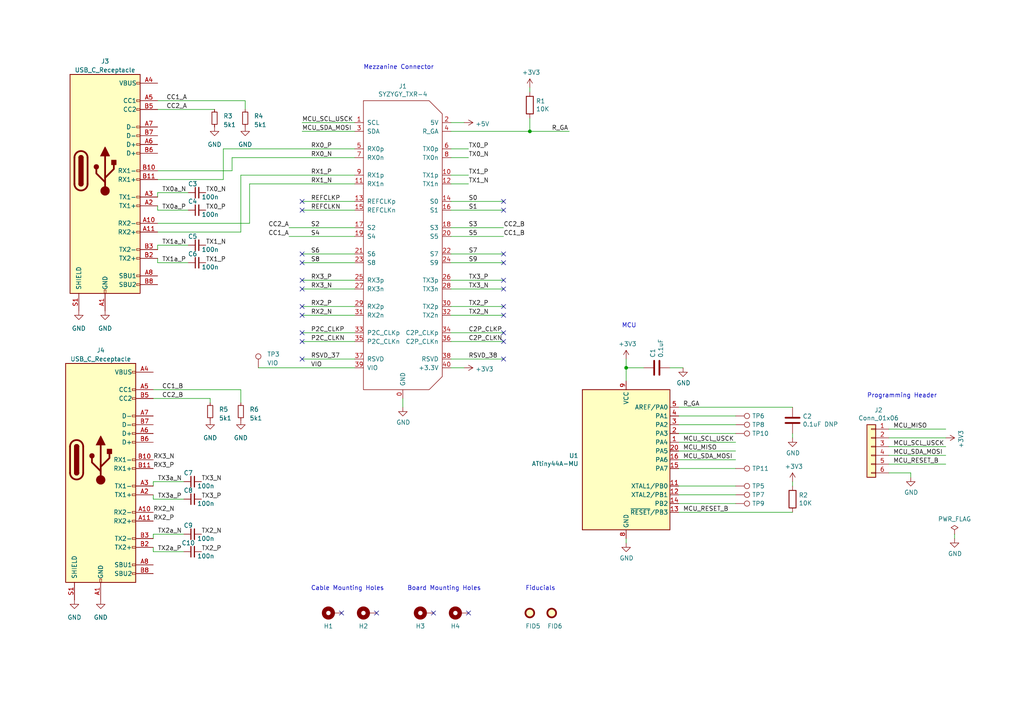
<source format=kicad_sch>
(kicad_sch (version 20230121) (generator eeschema)
  (paper "A4")
  (title_block (title "USB3-TXR4") (date "2023-03-30") (rev "0.1") (company "Great Scott Gadgets"))
  (lib_symbols
    (symbol "Connector:TestPoint" (pin_numbers hide) (pin_names (offset 0.762) hide)
      (property "Reference" "TP" (at 0 6.858 0))
      (property "Value" "TestPoint" (at 0 5.08 0))
      (symbol "TestPoint_0_1"
        (circle (center 0 3.302) (radius 0.762))
      )
      (symbol "TestPoint_1_1"
        (pin passive line (at 0 0 90) (length 2.54) (name "1") (number "1"))
      )
    )
    (symbol "Connector:USB_C_Receptacle" (pin_names (offset 1.016))
      (property "Reference" "J" (at -10.16 29.21 0))
      (property "Value" "USB_C_Receptacle" (at 10.16 29.21 0))
      (symbol "USB_C_Receptacle_0_0"
        (rectangle (start -0.254 -35.56) (end 0.254 -34.544))
        (rectangle (start 10.16 -32.766) (end 9.144 -33.274))
        (rectangle (start 10.16 -30.226) (end 9.144 -30.734))
        (rectangle (start 10.16 -25.146) (end 9.144 -25.654))
        (rectangle (start 10.16 -22.606) (end 9.144 -23.114))
        (rectangle (start 10.16 -17.526) (end 9.144 -18.034))
        (rectangle (start 10.16 -14.986) (end 9.144 -15.494))
        (rectangle (start 10.16 -9.906) (end 9.144 -10.414))
        (rectangle (start 10.16 -7.366) (end 9.144 -7.874))
        (rectangle (start 10.16 -2.286) (end 9.144 -2.794))
        (rectangle (start 10.16 0.254) (end 9.144 -0.254))
        (rectangle (start 10.16 5.334) (end 9.144 4.826))
        (rectangle (start 10.16 7.874) (end 9.144 7.366))
        (rectangle (start 10.16 10.414) (end 9.144 9.906))
        (rectangle (start 10.16 12.954) (end 9.144 12.446))
        (rectangle (start 10.16 18.034) (end 9.144 17.526))
        (rectangle (start 10.16 20.574) (end 9.144 20.066))
        (rectangle (start 10.16 25.654) (end 9.144 25.146))
      )
      (symbol "USB_C_Receptacle_0_1"
        (rectangle (start -10.16 27.94) (end 10.16 -35.56) (stroke (width 0.254)) (fill (type background)))
        (arc (start -8.89 -3.81) (mid -6.985 -5.7067) (end -5.08 -3.81) (stroke (width 0.508)))
        (arc (start -7.62 -3.81) (mid -6.985 -4.4423) (end -6.35 -3.81) (stroke (width 0.254)))
        (arc (start -7.62 -3.81) (mid -6.985 -4.4423) (end -6.35 -3.81) (stroke (width 0.254)) (fill (type outline)))
        (rectangle (start -7.62 -3.81) (end -6.35 3.81) (stroke (width 0.254)) (fill (type outline)))
        (arc (start -6.35 3.81) (mid -6.985 4.4423) (end -7.62 3.81) (stroke (width 0.254)))
        (arc (start -6.35 3.81) (mid -6.985 4.4423) (end -7.62 3.81) (stroke (width 0.254)) (fill (type outline)))
        (arc (start -5.08 3.81) (mid -6.985 5.7067) (end -8.89 3.81) (stroke (width 0.508)))
        (polyline (pts (xy -8.89 -3.81) (xy -8.89 3.81)) (stroke (width 0.508)))
        (polyline (pts (xy -5.08 3.81) (xy -5.08 -3.81)) (stroke (width 0.508)))
      )
      (symbol "USB_C_Receptacle_1_1"
        (circle (center -2.54 1.143) (radius 0.635) (stroke (width 0.254)) (fill (type outline)))
        (circle (center 0 -5.842) (radius 1.27) (fill (type outline)))
        (polyline (pts (xy 0 -5.842) (xy 0 4.318)) (stroke (width 0.508)))
        (polyline (pts (xy 0 -3.302) (xy -2.54 -0.762) (xy -2.54 0.508)) (stroke (width 0.508)))
        (polyline (pts (xy 0 -2.032) (xy 2.54 0.508) (xy 2.54 1.778)) (stroke (width 0.508)))
        (polyline (pts (xy -1.27 4.318) (xy 0 6.858) (xy 1.27 4.318) (xy -1.27 4.318)) (stroke (width 0.254)) (fill (type outline)))
        (rectangle (start 1.905 1.778) (end 3.175 3.048) (stroke (width 0.254)) (fill (type outline)))
        (pin passive line (at 0 -40.64 90) (length 5.08) (name "GND") (number "A1"))
        (pin bidirectional line (at 15.24 -15.24 180) (length 5.08) (name "RX2-") (number "A10"))
        (pin bidirectional line (at 15.24 -17.78 180) (length 5.08) (name "RX2+") (number "A11"))
        (pin passive line (at 0 -40.64 90) (length 5.08) hide (name "GND") (number "A12"))
        (pin bidirectional line (at 15.24 -10.16 180) (length 5.08) (name "TX1+") (number "A2"))
        (pin bidirectional line (at 15.24 -7.62 180) (length 5.08) (name "TX1-") (number "A3"))
        (pin passive line (at 15.24 25.4 180) (length 5.08) (name "VBUS") (number "A4"))
        (pin bidirectional line (at 15.24 20.32 180) (length 5.08) (name "CC1") (number "A5"))
        (pin bidirectional line (at 15.24 7.62 180) (length 5.08) (name "D+") (number "A6"))
        (pin bidirectional line (at 15.24 12.7 180) (length 5.08) (name "D-") (number "A7"))
        (pin bidirectional line (at 15.24 -30.48 180) (length 5.08) (name "SBU1") (number "A8"))
        (pin passive line (at 15.24 25.4 180) (length 5.08) hide (name "VBUS") (number "A9"))
        (pin passive line (at 0 -40.64 90) (length 5.08) hide (name "GND") (number "B1"))
        (pin bidirectional line (at 15.24 0 180) (length 5.08) (name "RX1-") (number "B10"))
        (pin bidirectional line (at 15.24 -2.54 180) (length 5.08) (name "RX1+") (number "B11"))
        (pin passive line (at 0 -40.64 90) (length 5.08) hide (name "GND") (number "B12"))
        (pin bidirectional line (at 15.24 -25.4 180) (length 5.08) (name "TX2+") (number "B2"))
        (pin bidirectional line (at 15.24 -22.86 180) (length 5.08) (name "TX2-") (number "B3"))
        (pin passive line (at 15.24 25.4 180) (length 5.08) hide (name "VBUS") (number "B4"))
        (pin bidirectional line (at 15.24 17.78 180) (length 5.08) (name "CC2") (number "B5"))
        (pin bidirectional line (at 15.24 5.08 180) (length 5.08) (name "D+") (number "B6"))
        (pin bidirectional line (at 15.24 10.16 180) (length 5.08) (name "D-") (number "B7"))
        (pin bidirectional line (at 15.24 -33.02 180) (length 5.08) (name "SBU2") (number "B8"))
        (pin passive line (at 15.24 25.4 180) (length 5.08) hide (name "VBUS") (number "B9"))
        (pin passive line (at -7.62 -40.64 90) (length 5.08) (name "SHIELD") (number "S1"))
      )
    )
    (symbol "Connector_Generic:Conn_01x06" (pin_names (offset 1.016) hide)
      (property "Reference" "J" (at 0 7.62 0))
      (property "Value" "Conn_01x06" (at 0 -10.16 0))
      (symbol "Conn_01x06_1_1"
        (rectangle (start -1.27 -7.493) (end 0 -7.747) (stroke (width 0.1524)))
        (rectangle (start -1.27 -4.953) (end 0 -5.207) (stroke (width 0.1524)))
        (rectangle (start -1.27 -2.413) (end 0 -2.667) (stroke (width 0.1524)))
        (rectangle (start -1.27 0.127) (end 0 -0.127) (stroke (width 0.1524)))
        (rectangle (start -1.27 2.667) (end 0 2.413) (stroke (width 0.1524)))
        (rectangle (start -1.27 5.207) (end 0 4.953) (stroke (width 0.1524)))
        (rectangle (start -1.27 6.35) (end 1.27 -8.89) (stroke (width 0.254)) (fill (type background)))
        (pin passive line (at -5.08 5.08 0) (length 3.81) (name "Pin_1") (number "1"))
        (pin passive line (at -5.08 2.54 0) (length 3.81) (name "Pin_2") (number "2"))
        (pin passive line (at -5.08 0 0) (length 3.81) (name "Pin_3") (number "3"))
        (pin passive line (at -5.08 -2.54 0) (length 3.81) (name "Pin_4") (number "4"))
        (pin passive line (at -5.08 -5.08 0) (length 3.81) (name "Pin_5") (number "5"))
        (pin passive line (at -5.08 -7.62 0) (length 3.81) (name "Pin_6") (number "6"))
      )
    )
    (symbol "Device:C" (pin_numbers hide) (pin_names (offset 0.254))
      (property "Reference" "C" (at 0.635 2.54 0))
      (property "Value" "C" (at 0.635 -2.54 0))
      (symbol "C_0_1"
        (polyline (pts (xy -2.032 -0.762) (xy 2.032 -0.762)) (stroke (width 0.508)))
        (polyline (pts (xy -2.032 0.762) (xy 2.032 0.762)) (stroke (width 0.508)))
      )
      (symbol "C_1_1"
        (pin passive line (at 0 3.81 270) (length 2.794) (name "~") (number "1"))
        (pin passive line (at 0 -3.81 90) (length 2.794) (name "~") (number "2"))
      )
    )
    (symbol "Device:C_Small" (pin_numbers hide) (pin_names (offset 0.254) hide)
      (property "Reference" "C" (at 0.254 1.778 0))
      (property "Value" "C_Small" (at 0.254 -2.032 0))
      (symbol "C_Small_0_1"
        (polyline (pts (xy -1.524 -0.508) (xy 1.524 -0.508)) (stroke (width 0.3302)))
        (polyline (pts (xy -1.524 0.508) (xy 1.524 0.508)) (stroke (width 0.3048)))
      )
      (symbol "C_Small_1_1"
        (pin passive line (at 0 2.54 270) (length 2.032) (name "~") (number "1"))
        (pin passive line (at 0 -2.54 90) (length 2.032) (name "~") (number "2"))
      )
    )
    (symbol "Device:R" (pin_numbers hide) (pin_names (offset 0))
      (property "Reference" "R" (at 2.032 0 90))
      (property "Value" "R" (at 0 0 90))
      (symbol "R_0_1"
        (rectangle (start -1.016 -2.54) (end 1.016 2.54) (stroke (width 0.254)))
      )
      (symbol "R_1_1"
        (pin passive line (at 0 3.81 270) (length 1.27) (name "~") (number "1"))
        (pin passive line (at 0 -3.81 90) (length 1.27) (name "~") (number "2"))
      )
    )
    (symbol "Device:R_Small" (pin_numbers hide) (pin_names (offset 0.254) hide)
      (property "Reference" "R" (at 0.762 0.508 0))
      (property "Value" "R_Small" (at 0.762 -1.016 0))
      (symbol "R_Small_0_1"
        (rectangle (start -0.762 1.778) (end 0.762 -1.778) (stroke (width 0.2032)))
      )
      (symbol "R_Small_1_1"
        (pin passive line (at 0 2.54 270) (length 0.762) (name "~") (number "1"))
        (pin passive line (at 0 -2.54 90) (length 0.762) (name "~") (number "2"))
      )
    )
    (symbol "GND_1" (power) (pin_names (offset 0))
      (property "Value" "GND_1" (at 0 -3.81 0))
      (symbol "GND_1_0_1"
        (polyline (pts (xy 0 0) (xy 0 -1.27) (xy 1.27 -1.27) (xy 0 -2.54) (xy -1.27 -1.27) (xy 0 -1.27)))
      )
      (symbol "GND_1_1_1"
        (pin power_in line (at 0 0 270) (length 0) hide (name "GND") (number "1"))
      )
    )
    (symbol "Mechanical:Fiducial"
      (property "Reference" "FID" (at 0 5.08 0))
      (property "Value" "Fiducial" (at 0 3.175 0))
      (symbol "Fiducial_0_1"
        (circle (center 0 0) (radius 1.27) (stroke (width 0.508)) (fill (type background)))
      )
    )
    (symbol "Mechanical:MountingHole_Pad" (pin_numbers hide) (pin_names (offset 1.016) hide)
      (property "Reference" "H" (at 0 6.35 0))
      (property "Value" "MountingHole_Pad" (at 0 4.445 0))
      (symbol "MountingHole_Pad_0_1"
        (circle (center 0 1.27) (radius 1.27) (stroke (width 1.27)))
      )
      (symbol "MountingHole_Pad_1_1"
        (pin input line (at 0 -2.54 90) (length 2.54) (name "1") (number "1"))
      )
    )
    (symbol "SYZYGY:SYZYGY_TXR-4" (pin_names (offset 1.016))
      (property "Reference" "J" (at -10.16 45.72 0))
      (property "Value" "SYZYGY_TXR-4" (at -10.16 43.18 0))
      (symbol "SYZYGY_TXR-4_0_1"
        (polyline (pts (xy -11.43 41.91) (xy -11.43 16.51)))
        (polyline (pts (xy 11.43 -38.1) (xy 11.43 -12.7)))
        (polyline (pts (xy -11.43 16.51) (xy -11.43 -41.91) (xy 7.62 -41.91) (xy 11.43 -38.1)))
        (polyline (pts (xy 11.43 -12.7) (xy 11.43 38.1) (xy 7.62 41.91) (xy -11.43 41.91)))
      )
      (symbol "SYZYGY_TXR-4_1_1"
        (pin passive line (at 0 -44.45 90) (length 2.54) (name "GND") (number "0"))
        (pin passive line (at -13.97 35.56 0) (length 2.54) (name "SCL") (number "1"))
        (pin passive line (at 13.97 20.32 180) (length 2.54) (name "TX1p") (number "10"))
        (pin passive line (at -13.97 17.78 0) (length 2.54) (name "RX1n") (number "11"))
        (pin passive line (at 13.97 17.78 180) (length 2.54) (name "TX1n") (number "12"))
        (pin passive line (at -13.97 12.7 0) (length 2.54) (name "REFCLKp") (number "13"))
        (pin passive line (at 13.97 12.7 180) (length 2.54) (name "S0") (number "14"))
        (pin passive line (at -13.97 10.16 0) (length 2.54) (name "REFCLKn") (number "15"))
        (pin passive line (at 13.97 10.16 180) (length 2.54) (name "S1") (number "16"))
        (pin passive line (at -13.97 5.08 0) (length 2.54) (name "S2") (number "17"))
        (pin passive line (at 13.97 5.08 180) (length 2.54) (name "S3") (number "18"))
        (pin passive line (at -13.97 2.54 0) (length 2.54) (name "S4") (number "19"))
        (pin power_out line (at 13.97 35.56 180) (length 2.54) (name "5V") (number "2"))
        (pin passive line (at 13.97 2.54 180) (length 2.54) (name "S5") (number "20"))
        (pin passive line (at -13.97 -2.54 0) (length 2.54) (name "S6") (number "21"))
        (pin passive line (at 13.97 -2.54 180) (length 2.54) (name "S7") (number "22"))
        (pin passive line (at -13.97 -5.08 0) (length 2.54) (name "S8") (number "23"))
        (pin passive line (at 13.97 -5.08 180) (length 2.54) (name "S9") (number "24"))
        (pin passive line (at -13.97 -10.16 0) (length 2.54) (name "RX3p") (number "25"))
        (pin passive line (at 13.97 -10.16 180) (length 2.54) (name "TX3p") (number "26"))
        (pin passive line (at -13.97 -12.7 0) (length 2.54) (name "RX3n") (number "27"))
        (pin passive line (at 13.97 -12.7 180) (length 2.54) (name "TX3n") (number "28"))
        (pin passive line (at -13.97 -17.78 0) (length 2.54) (name "RX2p") (number "29"))
        (pin passive line (at -13.97 33.02 0) (length 2.54) (name "SDA") (number "3"))
        (pin passive line (at 13.97 -17.78 180) (length 2.54) (name "TX2p") (number "30"))
        (pin passive line (at -13.97 -20.32 0) (length 2.54) (name "RX2n") (number "31"))
        (pin passive line (at 13.97 -20.32 180) (length 2.54) (name "TX2n") (number "32"))
        (pin passive line (at -13.97 -25.4 0) (length 2.54) (name "P2C_CLKp") (number "33"))
        (pin passive line (at 13.97 -25.4 180) (length 2.54) (name "C2P_CLKp") (number "34"))
        (pin passive line (at -13.97 -27.94 0) (length 2.54) (name "P2C_CLKn") (number "35"))
        (pin passive line (at 13.97 -27.94 180) (length 2.54) (name "C2P_CLKn") (number "36"))
        (pin passive line (at -13.97 -33.02 0) (length 2.54) (name "RSVD") (number "37"))
        (pin passive line (at 13.97 -33.02 180) (length 2.54) (name "RSVD") (number "38"))
        (pin power_out line (at -13.97 -35.56 0) (length 2.54) (name "VIO") (number "39"))
        (pin passive line (at 13.97 33.02 180) (length 2.54) (name "R_GA") (number "4"))
        (pin power_out line (at 13.97 -35.56 180) (length 2.54) (name "+3.3V") (number "40"))
        (pin passive line (at -13.97 27.94 0) (length 2.54) (name "RX0p") (number "5"))
        (pin passive line (at 13.97 27.94 180) (length 2.54) (name "TX0p") (number "6"))
        (pin passive line (at -13.97 25.4 0) (length 2.54) (name "RX0n") (number "7"))
        (pin passive line (at 13.97 25.4 180) (length 2.54) (name "TX0n") (number "8"))
        (pin passive line (at -13.97 20.32 0) (length 2.54) (name "RX1p") (number "9"))
      )
    )
    (symbol "SZG-TEMPLATE-TXR-rescue:+3.3V-power" (power) (pin_names (offset 0))
      (property "Value" "+3.3V-power" (at 0 3.556 0))
      (symbol "+3.3V-power_0_1"
        (polyline (pts (xy -0.762 1.27) (xy 0 2.54)))
        (polyline (pts (xy 0 0) (xy 0 2.54)))
        (polyline (pts (xy 0 2.54) (xy 0.762 1.27)))
      )
      (symbol "+3.3V-power_1_1"
        (pin power_in line (at 0 0 90) (length 0) hide (name "+3V3") (number "1"))
      )
    )
    (symbol "SZG-TEMPLATE-TXR:+3.3V-power" (power) (pin_names (offset 0))
      (property "Value" "+3.3V-power" (at 0 3.556 0))
      (symbol "+3.3V-power_0_1"
        (polyline (pts (xy -0.762 1.27) (xy 0 2.54)))
        (polyline (pts (xy 0 0) (xy 0 2.54)))
        (polyline (pts (xy 0 2.54) (xy 0.762 1.27)))
      )
      (symbol "+3.3V-power_1_1"
        (pin power_in line (at 0 0 90) (length 0) hide (name "+3V3") (number "1"))
      )
    )
    (symbol "SZG-TEMPLATE-TXR:ATtiny44A-MU-MCU_Microchip_ATtiny"
      (property "Reference" "U" (at -12.7 21.59 0))
      (property "Value" "ATtiny44A-MU-MCU_Microchip_ATtiny" (at 2.54 -21.59 0))
      (symbol "ATtiny44A-MU-MCU_Microchip_ATtiny_0_1"
        (rectangle (start -12.7 -20.32) (end 12.7 20.32) (stroke (width 0.254)) (fill (type background)))
      )
      (symbol "ATtiny44A-MU-MCU_Microchip_ATtiny_1_1"
        (pin bidirectional line (at 15.24 5.08 180) (length 2.54) (name "PA4") (number "1"))
        (pin no_connect line (at -12.7 -10.16 0) (length 2.54) hide (name "NC") (number "10"))
        (pin bidirectional line (at 15.24 -7.62 180) (length 2.54) (name "XTAL1/PB0") (number "11"))
        (pin bidirectional line (at 15.24 -10.16 180) (length 2.54) (name "XTAL2/PB1") (number "12"))
        (pin bidirectional line (at 15.24 -15.24 180) (length 2.54) (name "~{RESET}/PB3") (number "13"))
        (pin bidirectional line (at 15.24 -12.7 180) (length 2.54) (name "PB2") (number "14"))
        (pin bidirectional line (at 15.24 -2.54 180) (length 2.54) (name "PA7") (number "15"))
        (pin bidirectional line (at 15.24 0 180) (length 2.54) (name "PA6") (number "16"))
        (pin no_connect line (at -12.7 -12.7 0) (length 2.54) hide (name "NC") (number "17"))
        (pin no_connect line (at -12.7 -15.24 0) (length 2.54) hide (name "NC") (number "18"))
        (pin no_connect line (at -12.7 -17.78 0) (length 2.54) hide (name "NC") (number "19"))
        (pin bidirectional line (at 15.24 7.62 180) (length 2.54) (name "PA3") (number "2"))
        (pin bidirectional line (at 15.24 2.54 180) (length 2.54) (name "PA5") (number "20"))
        (pin passive line (at 0 -22.86 90) (length 2.54) hide (name "GND") (number "21"))
        (pin bidirectional line (at 15.24 10.16 180) (length 2.54) (name "PA2") (number "3"))
        (pin bidirectional line (at 15.24 12.7 180) (length 2.54) (name "PA1") (number "4"))
        (pin bidirectional line (at 15.24 15.24 180) (length 2.54) (name "AREF/PA0") (number "5"))
        (pin no_connect line (at -12.7 -5.08 0) (length 2.54) hide (name "NC") (number "6"))
        (pin no_connect line (at -12.7 -7.62 0) (length 2.54) hide (name "NC") (number "7"))
        (pin power_in line (at 0 -22.86 90) (length 2.54) (name "GND") (number "8"))
        (pin power_in line (at 0 22.86 270) (length 2.54) (name "VCC") (number "9"))
      )
    )
    (symbol "power:+5V" (power) (pin_names (offset 0))
      (property "Value" "+5V" (at 0 3.556 0))
      (symbol "+5V_0_1"
        (polyline (pts (xy -0.762 1.27) (xy 0 2.54)))
        (polyline (pts (xy 0 0) (xy 0 2.54)))
        (polyline (pts (xy 0 2.54) (xy 0.762 1.27)))
      )
      (symbol "+5V_1_1"
        (pin power_in line (at 0 0 90) (length 0) hide (name "+5V") (number "1"))
      )
    )
    (symbol "power:GND" (power) (pin_names (offset 0))
      (property "Value" "GND" (at 0 -3.81 0))
      (symbol "GND_0_1"
        (polyline (pts (xy 0 0) (xy 0 -1.27) (xy 1.27 -1.27) (xy 0 -2.54) (xy -1.27 -1.27) (xy 0 -1.27)))
      )
      (symbol "GND_1_1"
        (pin power_in line (at 0 0 270) (length 0) hide (name "GND") (number "1"))
      )
    )
    (symbol "power:PWR_FLAG" (power) (pin_numbers hide) (pin_names (offset 0) hide)
      (property "Value" "PWR_FLAG" (at 0 3.81 0))
      (symbol "PWR_FLAG_0_0"
        (pin power_out line (at 0 0 90) (length 0) (name "pwr") (number "1"))
      )
      (symbol "PWR_FLAG_0_1"
        (polyline (pts (xy 0 0) (xy 0 1.27) (xy -1.016 1.905) (xy 0 2.54) (xy 1.016 1.905) (xy 0 1.27)))
      )
    )
  )
  (junction (at 181.61 106.68))
  (junction (at 153.67 38.1))
  (no_connect (at 87.63 99.06))
  (no_connect (at 146.05 99.06))
  (no_connect (at 146.05 76.2))
  (no_connect (at 87.63 104.14))
  (no_connect (at 109.22 177.8))
  (no_connect (at 146.05 60.96))
  (no_connect (at 146.05 104.14))
  (no_connect (at 146.05 91.44))
  (no_connect (at 125.73 177.8))
  (no_connect (at 146.05 88.9))
  (no_connect (at 87.63 60.96))
  (no_connect (at 146.05 96.52))
  (no_connect (at 87.63 73.66))
  (no_connect (at 87.63 96.52))
  (no_connect (at 99.06 177.8))
  (no_connect (at 135.89 177.8))
  (no_connect (at 87.63 76.2))
  (no_connect (at 87.63 81.28))
  (no_connect (at 146.05 58.42))
  (no_connect (at 87.63 83.82))
  (no_connect (at 87.63 88.9))
  (no_connect (at 146.05 81.28))
  (no_connect (at 146.05 73.66))
  (no_connect (at 87.63 58.42))
  (no_connect (at 146.05 83.82))
  (no_connect (at 87.63 91.44))
  (wire (pts (xy 69.85 50.8) (xy 102.87 50.8)))
  (wire (pts (xy 45.72 52.07) (xy 64.77 52.07)))
  (wire (pts (xy 229.87 118.11) (xy 196.85 118.11)))
  (wire (pts (xy 45.72 60.96) (xy 54.61 60.96)))
  (wire (pts (xy 74.93 106.68) (xy 102.87 106.68)))
  (wire (pts (xy 196.85 130.81) (xy 213.36 130.81)))
  (wire (pts (xy 45.72 55.88) (xy 54.61 55.88)))
  (wire (pts (xy 45.72 74.93) (xy 45.72 76.2)))
  (wire (pts (xy 181.61 106.68) (xy 186.69 106.68)))
  (wire (pts (xy 45.72 31.75) (xy 62.23 31.75)))
  (wire (pts (xy 44.45 154.94) (xy 44.45 156.21)))
  (wire (pts (xy 130.81 73.66) (xy 146.05 73.66)))
  (wire (pts (xy 87.63 76.2) (xy 102.87 76.2)))
  (wire (pts (xy 87.63 58.42) (xy 102.87 58.42)))
  (wire (pts (xy 196.85 140.97) (xy 213.36 140.97)))
  (wire (pts (xy 67.31 49.53) (xy 67.31 45.72)))
  (wire (pts (xy 196.85 133.35) (xy 213.36 133.35)))
  (wire (pts (xy 196.85 148.59) (xy 229.87 148.59)))
  (wire (pts (xy 87.63 83.82) (xy 102.87 83.82)))
  (wire (pts (xy 213.36 143.51) (xy 196.85 143.51)))
  (wire (pts (xy 44.45 139.7) (xy 53.34 139.7)))
  (wire (pts (xy 71.12 29.21) (xy 71.12 31.75)))
  (wire (pts (xy 45.72 59.69) (xy 45.72 60.96)))
  (wire (pts (xy 87.63 35.56) (xy 102.87 35.56)))
  (wire (pts (xy 196.85 125.73) (xy 213.36 125.73)))
  (wire (pts (xy 130.81 66.04) (xy 146.05 66.04)))
  (wire (pts (xy 130.81 81.28) (xy 146.05 81.28)))
  (wire (pts (xy 213.36 123.19) (xy 196.85 123.19)))
  (wire (pts (xy 194.31 106.68) (xy 198.12 106.68)))
  (wire (pts (xy 181.61 157.48) (xy 181.61 156.21)))
  (wire (pts (xy 87.63 91.44) (xy 102.87 91.44)))
  (wire (pts (xy 87.63 96.52) (xy 102.87 96.52)))
  (wire (pts (xy 44.45 115.57) (xy 60.96 115.57)))
  (wire (pts (xy 87.63 38.1) (xy 102.87 38.1)))
  (wire (pts (xy 44.45 143.51) (xy 44.45 144.78)))
  (wire (pts (xy 45.72 29.21) (xy 71.12 29.21)))
  (wire (pts (xy 69.85 67.31) (xy 45.72 67.31)))
  (wire (pts (xy 44.45 144.78) (xy 53.34 144.78)))
  (wire (pts (xy 229.87 140.97) (xy 229.87 139.7)))
  (wire (pts (xy 276.86 156.21) (xy 276.86 154.94)))
  (wire (pts (xy 130.81 53.34) (xy 135.89 53.34)))
  (wire (pts (xy 130.81 96.52) (xy 146.05 96.52)))
  (wire (pts (xy 116.84 115.57) (xy 116.84 118.11)))
  (wire (pts (xy 130.81 58.42) (xy 146.05 58.42)))
  (wire (pts (xy 181.61 104.14) (xy 181.61 106.68)))
  (wire (pts (xy 87.63 99.06) (xy 102.87 99.06)))
  (wire (pts (xy 181.61 106.68) (xy 181.61 110.49)))
  (wire (pts (xy 87.63 73.66) (xy 102.87 73.66)))
  (wire (pts (xy 257.81 127) (xy 274.32 127)))
  (wire (pts (xy 130.81 35.56) (xy 134.62 35.56)))
  (wire (pts (xy 257.81 137.16) (xy 264.16 137.16)))
  (wire (pts (xy 72.39 53.34) (xy 102.87 53.34)))
  (wire (pts (xy 257.81 132.08) (xy 274.32 132.08)))
  (wire (pts (xy 83.82 66.04) (xy 102.87 66.04)))
  (wire (pts (xy 196.85 128.27) (xy 213.36 128.27)))
  (wire (pts (xy 130.81 88.9) (xy 146.05 88.9)))
  (wire (pts (xy 257.81 129.54) (xy 274.32 129.54)))
  (wire (pts (xy 64.77 52.07) (xy 64.77 43.18)))
  (wire (pts (xy 64.77 43.18) (xy 102.87 43.18)))
  (wire (pts (xy 130.81 104.14) (xy 146.05 104.14)))
  (wire (pts (xy 130.81 76.2) (xy 146.05 76.2)))
  (wire (pts (xy 130.81 38.1) (xy 153.67 38.1)))
  (wire (pts (xy 130.81 106.68) (xy 134.62 106.68)))
  (wire (pts (xy 257.81 134.62) (xy 274.32 134.62)))
  (wire (pts (xy 130.81 83.82) (xy 146.05 83.82)))
  (wire (pts (xy 264.16 137.16) (xy 264.16 138.43)))
  (wire (pts (xy 87.63 60.96) (xy 102.87 60.96)))
  (wire (pts (xy 130.81 45.72) (xy 135.89 45.72)))
  (wire (pts (xy 153.67 38.1) (xy 165.1 38.1)))
  (wire (pts (xy 130.81 50.8) (xy 135.89 50.8)))
  (wire (pts (xy 153.67 38.1) (xy 153.67 34.29)))
  (wire (pts (xy 44.45 160.02) (xy 53.34 160.02)))
  (wire (pts (xy 45.72 71.12) (xy 45.72 72.39)))
  (wire (pts (xy 44.45 113.03) (xy 69.85 113.03)))
  (wire (pts (xy 130.81 43.18) (xy 135.89 43.18)))
  (wire (pts (xy 45.72 64.77) (xy 72.39 64.77)))
  (wire (pts (xy 130.81 68.58) (xy 146.05 68.58)))
  (wire (pts (xy 69.85 50.8) (xy 69.85 67.31)))
  (wire (pts (xy 67.31 45.72) (xy 102.87 45.72)))
  (wire (pts (xy 60.96 115.57) (xy 60.96 116.84)))
  (wire (pts (xy 45.72 76.2) (xy 54.61 76.2)))
  (wire (pts (xy 44.45 158.75) (xy 44.45 160.02)))
  (wire (pts (xy 83.82 68.58) (xy 102.87 68.58)))
  (wire (pts (xy 153.67 26.67) (xy 153.67 25.4)))
  (wire (pts (xy 257.81 124.46) (xy 274.32 124.46)))
  (wire (pts (xy 87.63 88.9) (xy 102.87 88.9)))
  (wire (pts (xy 196.85 120.65) (xy 213.36 120.65)))
  (wire (pts (xy 87.63 104.14) (xy 102.87 104.14)))
  (wire (pts (xy 87.63 81.28) (xy 102.87 81.28)))
  (wire (pts (xy 229.87 125.73) (xy 229.87 127)))
  (wire (pts (xy 72.39 64.77) (xy 72.39 53.34)))
  (wire (pts (xy 196.85 146.05) (xy 213.36 146.05)))
  (wire (pts (xy 44.45 154.94) (xy 53.34 154.94)))
  (wire (pts (xy 45.72 49.53) (xy 67.31 49.53)))
  (wire (pts (xy 130.81 60.96) (xy 146.05 60.96)))
  (wire (pts (xy 44.45 140.97) (xy 44.45 139.7)))
  (wire (pts (xy 213.36 135.89) (xy 196.85 135.89)))
  (wire (pts (xy 130.81 91.44) (xy 146.05 91.44)))
  (wire (pts (xy 45.72 71.12) (xy 54.61 71.12)))
  (wire (pts (xy 45.72 57.15) (xy 45.72 55.88)))
  (wire (pts (xy 69.85 113.03) (xy 69.85 116.84)))
  (wire (pts (xy 130.81 99.06) (xy 146.05 99.06)))
  (text "Programming Header" (at 251.46 115.57 0) (effects (font (size 1.27 1.27)) (justify left bottom)))
  (text "Board Mounting Holes" (at 118.11 171.45 0) (effects (font (size 1.27 1.27)) (justify left bottom)))
  (text "MCU" (at 180.34 95.25 0) (effects (font (size 1.27 1.27)) (justify left bottom)))
  (text "Mezzanine Connector" (at 105.41 20.32 0) (effects (font (size 1.27 1.27)) (justify left bottom)))
  (text "Cable Mounting Holes" (at 90.17 171.45 0) (effects (font (size 1.27 1.27)) (justify left bottom)))
  (text "Fiducials" (at 152.4 171.45 0) (effects (font (size 1.27 1.27)) (justify left bottom)))
  (label "S1" (at 135.89 60.96 0))
  (label "CC1_A" (at 83.82 68.58 180))
  (label "S9" (at 135.89 76.2 0))
  (label "TX2_N" (at 58.42 154.94 0))
  (label "R_GA" (at 198.12 118.11 0))
  (label "MCU_SDA_MOSI" (at 87.63 38.1 0))
  (label "RX0_N" (at 90.17 45.72 0))
  (label "TX1_N" (at 59.69 71.12 0))
  (label "TX3_N" (at 58.42 139.7 0))
  (label "TX3a_N" (at 45.72 139.7 0))
  (label "MCU_RESET_B" (at 259.08 134.62 0))
  (label "RX3_N" (at 44.45 133.35 0))
  (label "TX3_N" (at 135.89 83.82 0))
  (label "RSVD_37" (at 90.17 104.14 0))
  (label "S5" (at 135.89 68.58 0))
  (label "TX0_P" (at 59.69 60.96 0))
  (label "TX2_P" (at 58.42 160.02 0))
  (label "MCU_SCL_USCK" (at 198.12 128.27 0))
  (label "TX2_N" (at 135.89 91.44 0))
  (label "P2C_CLKN" (at 90.17 99.06 0))
  (label "TX1_N" (at 135.89 53.34 0))
  (label "R_GA" (at 160.02 38.1 0))
  (label "RX2_N" (at 90.17 91.44 0))
  (label "C2P_CLKP" (at 135.89 96.52 0))
  (label "RX3_N" (at 90.17 83.82 0))
  (label "TX2_P" (at 135.89 88.9 0))
  (label "TX0_P" (at 135.89 43.18 0))
  (label "MCU_MISO" (at 259.08 124.46 0))
  (label "RX3_P" (at 44.45 135.89 0))
  (label "MCU_SCL_USCK" (at 259.08 129.54 0))
  (label "TX3a_P" (at 45.72 144.78 0))
  (label "RX1_P" (at 90.17 50.8 0))
  (label "C2P_CLKN" (at 135.89 99.06 0))
  (label "MCU_RESET_B" (at 198.12 148.59 0))
  (label "CC2_B" (at 146.05 66.04 0))
  (label "RX0_P" (at 90.17 43.18 0))
  (label "S4" (at 90.17 68.58 0))
  (label "CC2_B" (at 46.99 115.57 0))
  (label "TX1_P" (at 59.69 76.2 0))
  (label "TX1_P" (at 135.89 50.8 0))
  (label "S8" (at 90.17 76.2 0))
  (label "TX0a_P" (at 46.99 60.96 0))
  (label "TX2a_N" (at 45.72 154.94 0))
  (label "S7" (at 135.89 73.66 0))
  (label "CC1_A" (at 48.26 29.21 0))
  (label "RSVD_38" (at 135.89 104.14 0))
  (label "MCU_MISO" (at 198.12 130.81 0))
  (label "CC2_A" (at 48.26 31.75 0))
  (label "MCU_SCL_USCK" (at 87.63 35.56 0))
  (label "TX3_P" (at 58.42 144.78 0))
  (label "RX3_P" (at 90.17 81.28 0))
  (label "RX1_N" (at 90.17 53.34 0))
  (label "RX2_P" (at 44.45 151.13 0))
  (label "TX0_N" (at 59.69 55.88 0))
  (label "S6" (at 90.17 73.66 0))
  (label "TX0_N" (at 135.89 45.72 0))
  (label "S2" (at 90.17 66.04 0))
  (label "CC2_A" (at 83.82 66.04 180))
  (label "TX3_P" (at 135.89 81.28 0))
  (label "MCU_SDA_MOSI" (at 198.12 133.35 0))
  (label "CC1_B" (at 146.05 68.58 0))
  (label "TX1a_N" (at 46.99 71.12 0))
  (label "TX1a_P" (at 46.99 76.2 0))
  (label "P2C_CLKP" (at 90.17 96.52 0))
  (label "TX2a_P" (at 45.72 160.02 0))
  (label "TX0a_N" (at 46.99 55.88 0))
  (label "RX2_P" (at 90.17 88.9 0))
  (label "S0" (at 135.89 58.42 0))
  (label "S3" (at 135.89 66.04 0))
  (label "REFCLKP" (at 90.17 58.42 0))
  (label "REFCLKN" (at 90.17 60.96 0))
  (label "RX2_N" (at 44.45 148.59 0))
  (label "MCU_SDA_MOSI" (at 259.08 132.08 0))
  (label "CC1_B" (at 46.99 113.03 0))
  (label "VIO" (at 90.17 106.68 0))
  (symbol (lib_id "SZG-TEMPLATE-TXR:ATtiny44A-MU-MCU_Microchip_ATtiny") (at 181.61 133.35 0) (unit 1)
    (property "Reference" "U1" (at 167.7924 132.1816 0) (effects (justify right)))
    (property "Value" "ATtiny44A-MU" (at 167.7924 134.493 0) (effects (justify right)))
    (property "Footprint" "SYZYGY:QFN-24-4x4mm" (effects hide))
    (property "Datasheet" "http://ww1.microchip.com/downloads/en/DeviceDoc/doc8183.pdf" (effects hide))
    (property "Manufacturer" "Microchip" (effects hide))
    (property "Manufacturer_PN" "ATTINY44A-MU" (effects hide))
  )
  (symbol (lib_id "power:GND") (at 116.84 118.11 0) (unit 1)
    (property "Reference" "#PWR0101" (effects hide))
    (property "Value" "GND" (at 116.967 122.5042 0))
  )
  (symbol (lib_id "power:+5V") (at 134.62 35.56 270) (unit 1)
    (property "Reference" "#PWR0102" (effects hide))
    (property "Value" "+5V" (at 137.8712 35.941 90) (effects (justify left)))
  )
  (symbol (lib_id "SZG-TEMPLATE-TXR-rescue:+3.3V-power") (at 134.62 106.68 270) (unit 1)
    (property "Reference" "#PWR0103" (effects hide))
    (property "Value" "+3.3V" (at 137.8712 107.061 90) (effects (justify left)))
  )
  (symbol (lib_id "SZG-TEMPLATE-TXR-rescue:+3.3V-power") (at 274.32 127 270) (unit 1)
    (property "Reference" "#PWR0110" (effects hide))
    (property "Value" "+3.3V" (at 278.7142 127.381 0))
  )
  (symbol (lib_id "power:GND") (at 264.16 138.43 0) (unit 1)
    (property "Reference" "#PWR0111" (effects hide))
    (property "Value" "GND" (at 264.287 142.8242 0))
  )
  (symbol (lib_id "Connector_Generic:Conn_01x06") (at 252.73 129.54 0) (mirror y) (unit 1)
    (property "Reference" "J2" (at 254.8128 118.9482 0))
    (property "Value" "Conn_01x06" (at 254.8128 121.2596 0))
    (property "Footprint" "SYZYGY:Tag-Connect_TC2030-IDC-FP_2x03_P1.27mm_Vertical" (effects hide))
  )
  (symbol (lib_id "Device:R") (at 153.67 30.48 0) (unit 1)
    (property "Reference" "R1" (at 155.448 29.3116 0) (effects (justify left)))
    (property "Value" "10K" (at 155.448 31.623 0) (effects (justify left)))
    (property "Footprint" "Resistor_SMD:R_0402_1005Metric" (effects hide))
  )
  (symbol (lib_id "power:GND") (at 181.61 157.48 0) (unit 1)
    (property "Reference" "#PWR0112" (effects hide))
    (property "Value" "GND" (at 181.737 161.8742 0))
  )
  (symbol (lib_id "SZG-TEMPLATE-TXR:+3.3V-power") (at 153.67 25.4 0) (unit 1)
    (property "Reference" "#PWR0104" (effects hide))
    (property "Value" "+3.3V" (at 154.051 21.0058 0))
  )
  (symbol (lib_id "Device:C") (at 190.5 106.68 90) (unit 1)
    (property "Reference" "C1" (at 189.3316 103.759 0) (effects (justify left)))
    (property "Value" "0.1uF" (at 191.643 103.759 0) (effects (justify left)))
    (property "Footprint" "Capacitor_SMD:C_0402_1005Metric" (effects hide))
  )
  (symbol (lib_id "SYZYGY:SYZYGY_TXR-4") (at 116.84 71.12 0) (unit 1)
    (property "Reference" "J1" (at 116.84 25.019 0))
    (property "Value" "SYZYGY_TXR-4" (at 116.84 27.3304 0))
    (property "Footprint" "SYZYGY:QTH-020-01-F-D-DP-A" (effects hide))
    (property "Datasheet" "https://suddendocs.samtec.com/productspecs/qsh-qth.pdf" (effects hide))
    (property "Manufacturer" "Samtec" (effects hide))
    (property "Manufacturer_PN" "QTH-020-01-F-D-DP-A" (effects hide))
  )
  (symbol (lib_id "Device:C") (at 229.87 121.92 0) (unit 1)
    (property "Reference" "C2" (at 232.791 120.7516 0) (effects (justify left)))
    (property "Value" "0.1uF DNP" (at 232.791 123.063 0) (effects (justify left)))
    (property "Footprint" "Capacitor_SMD:C_0402_1005Metric" (effects hide))
  )
  (symbol (lib_id "power:GND") (at 198.12 106.68 0) (unit 1)
    (property "Reference" "#PWR0106" (effects hide))
    (property "Value" "GND" (at 198.247 111.0742 0))
  )
  (symbol (lib_id "power:GND") (at 229.87 127 0) (unit 1)
    (property "Reference" "#PWR0107" (effects hide))
    (property "Value" "GND" (at 229.997 131.3942 0))
  )
  (symbol (lib_id "SZG-TEMPLATE-TXR-rescue:+3.3V-power") (at 181.61 104.14 0) (unit 1)
    (property "Reference" "#PWR0108" (effects hide))
    (property "Value" "+3.3V" (at 181.991 99.7458 0))
  )
  (symbol (lib_id "Device:R") (at 229.87 144.78 0) (unit 1)
    (property "Reference" "R2" (at 231.648 143.6116 0) (effects (justify left)))
    (property "Value" "10K" (at 231.648 145.923 0) (effects (justify left)))
    (property "Footprint" "Resistor_SMD:R_0402_1005Metric" (effects hide))
  )
  (symbol (lib_id "SZG-TEMPLATE-TXR-rescue:+3.3V-power") (at 229.87 139.7 0) (unit 1)
    (property "Reference" "#PWR0109" (effects hide))
    (property "Value" "+3.3V" (at 230.251 135.3058 0))
  )
  (symbol (lib_id "Connector:TestPoint") (at 213.36 120.65 270) (unit 1)
    (property "Reference" "TP6" (at 218.1352 120.65 90) (effects (justify left)))
    (property "Value" "TestPoint" (effects hide))
    (property "Footprint" "SYZYGY:TestPoint-20mil" (effects hide))
  )
  (symbol (lib_id "Connector:TestPoint") (at 213.36 123.19 270) (unit 1)
    (property "Reference" "TP8" (at 218.1352 123.19 90) (effects (justify left)))
    (property "Value" "TestPoint" (effects hide))
    (property "Footprint" "SYZYGY:TestPoint-20mil" (effects hide))
  )
  (symbol (lib_id "Connector:TestPoint") (at 213.36 125.73 270) (unit 1)
    (property "Reference" "TP10" (at 218.1352 125.73 90) (effects (justify left)))
    (property "Value" "TestPoint" (effects hide))
    (property "Footprint" "SYZYGY:TestPoint-20mil" (effects hide))
  )
  (symbol (lib_id "Connector:TestPoint") (at 213.36 135.89 270) (unit 1)
    (property "Reference" "TP11" (at 218.1352 135.89 90) (effects (justify left)))
    (property "Value" "TestPoint" (effects hide))
    (property "Footprint" "SYZYGY:TestPoint-20mil" (effects hide))
  )
  (symbol (lib_id "Connector:TestPoint") (at 213.36 140.97 270) (unit 1)
    (property "Reference" "TP5" (at 218.1352 140.97 90) (effects (justify left)))
    (property "Value" "TestPoint" (effects hide))
    (property "Footprint" "SYZYGY:TestPoint-20mil" (effects hide))
  )
  (symbol (lib_id "Connector:TestPoint") (at 213.36 143.51 270) (unit 1)
    (property "Reference" "TP7" (at 218.1352 143.51 90) (effects (justify left)))
    (property "Value" "TestPoint" (effects hide))
    (property "Footprint" "SYZYGY:TestPoint-20mil" (effects hide))
  )
  (symbol (lib_id "Connector:TestPoint") (at 213.36 146.05 270) (unit 1)
    (property "Reference" "TP9" (at 218.1352 146.05 90) (effects (justify left)))
    (property "Value" "TestPoint" (effects hide))
    (property "Footprint" "SYZYGY:TestPoint-20mil" (effects hide))
  )
  (symbol (lib_id "Mechanical:MountingHole_Pad") (at 133.35 177.8 90) (unit 1)
    (property "Reference" "H4" (at 132.08 181.61 90))
    (property "Value" "MountingHole_Pad" (effects hide))
    (property "Footprint" "SYZYGY:MountingHole_3.2mm_M3_6.5mm_Pad_TopBottom" (effects hide))
  )
  (symbol (lib_id "Mechanical:MountingHole_Pad") (at 123.19 177.8 90) (unit 1)
    (property "Reference" "H3" (at 121.92 181.61 90))
    (property "Value" "MountingHole_Pad" (effects hide))
    (property "Footprint" "SYZYGY:MountingHole_3.2mm_M3_6.5mm_Pad_TopBottom" (effects hide))
  )
  (symbol (lib_id "Mechanical:MountingHole_Pad") (at 106.68 177.8 90) (unit 1)
    (property "Reference" "H2" (at 105.41 181.61 90))
    (property "Value" "MountingHole_Pad" (effects hide))
    (property "Footprint" "SYZYGY:MountingHole_3.2mm_M3_6.5mm_Pad_TopBottom" (effects hide))
  )
  (symbol (lib_id "Mechanical:MountingHole_Pad") (at 96.52 177.8 90) (unit 1)
    (property "Reference" "H1" (at 95.25 181.61 90))
    (property "Value" "MountingHole_Pad" (effects hide))
    (property "Footprint" "SYZYGY:MountingHole_3.2mm_M3_6.5mm_Pad_TopBottom" (effects hide))
  )
  (symbol (lib_id "Mechanical:Fiducial") (at 153.67 177.8 0) (unit 1)
    (property "Reference" "FID5" (at 152.4 181.61 0) (effects (justify left)))
    (property "Value" "Fiducial" (effects hide))
    (property "Footprint" "Fiducial:Fiducial_1mm_Mask2mm" (effects hide))
  )
  (symbol (lib_id "Mechanical:Fiducial") (at 160.02 177.8 0) (unit 1)
    (property "Reference" "FID6" (at 158.75 181.61 0) (effects (justify left)))
    (property "Value" "Fiducial" (effects hide))
    (property "Footprint" "Fiducial:Fiducial_1mm_Mask2mm" (effects hide))
  )
  (symbol (lib_id "power:PWR_FLAG") (at 276.86 154.94 0) (unit 1)
    (property "Reference" "#FLG0101" (effects hide))
    (property "Value" "PWR_FLAG" (at 276.86 150.5458 0))
  )
  (symbol (lib_id "power:GND") (at 276.86 156.21 0) (unit 1)
    (property "Reference" "#PWR0105" (effects hide))
    (property "Value" "GND" (at 276.987 160.6042 0))
  )
  (symbol (lib_id "Device:R_Small") (at 69.85 119.38 0) (unit 1)
    (property "Reference" "R6" (at 72.39 118.745 0) (effects (justify left)))
    (property "Value" "5k1" (at 72.39 121.285 0) (effects (justify left)))
    (property "Footprint" "Resistor_SMD:R_0402_1005Metric" (effects hide))
  )
  (symbol (lib_id "Device:C_Small") (at 57.15 76.2 90) (unit 1)
    (property "Reference" "C6" (at 55.88 73.66 90))
    (property "Value" "100n" (at 60.96 77.47 90))
    (property "Footprint" "Capacitor_SMD:C_0201_0603Metric" (effects hide))
  )
  (symbol (lib_name "GND_1") (lib_id "power:GND") (at 71.12 36.83 0) (unit 1)
    (property "Reference" "#PWR04" (effects hide))
    (property "Value" "GND" (at 71.12 41.91 0))
  )
  (symbol (lib_id "Connector:USB_C_Receptacle") (at 30.48 49.53 0) (unit 1)
    (property "Reference" "J3" (at 30.48 17.78 0))
    (property "Value" "USB_C_Receptacle" (at 30.48 20.32 0))
    (property "Footprint" "Connector_USB:USB_C_Receptacle_Amphenol_12401610E4-2A" (effects hide))
    (property "Datasheet" "https://www.usb.org/sites/default/files/documents/usb_type-c.zip" (effects hide))
  )
  (symbol (lib_name "GND_1") (lib_id "power:GND") (at 30.48 90.17 0) (unit 1)
    (property "Reference" "#PWR02" (effects hide))
    (property "Value" "GND" (at 30.48 95.25 0))
  )
  (symbol (lib_id "Device:C_Small") (at 55.88 160.02 90) (unit 1)
    (property "Reference" "C10" (at 54.61 157.48 90))
    (property "Value" "100n" (at 59.69 161.29 90))
    (property "Footprint" "Capacitor_SMD:C_0201_0603Metric" (effects hide))
  )
  (symbol (lib_name "GND_1") (lib_id "power:GND") (at 69.85 121.92 0) (unit 1)
    (property "Reference" "#PWR06" (effects hide))
    (property "Value" "GND" (at 69.85 127 0))
  )
  (symbol (lib_id "Device:C_Small") (at 55.88 139.7 90) (unit 1)
    (property "Reference" "C7" (at 54.61 137.16 90))
    (property "Value" "100n" (at 59.69 140.97 90))
    (property "Footprint" "Capacitor_SMD:C_0201_0603Metric" (effects hide))
  )
  (symbol (lib_id "Device:R_Small") (at 62.23 34.29 0) (unit 1)
    (property "Reference" "R3" (at 64.77 33.655 0) (effects (justify left)))
    (property "Value" "5k1" (at 64.77 36.195 0) (effects (justify left)))
    (property "Footprint" "Resistor_SMD:R_0402_1005Metric" (effects hide))
  )
  (symbol (lib_id "Device:R_Small") (at 71.12 34.29 0) (unit 1)
    (property "Reference" "R4" (at 73.66 33.655 0) (effects (justify left)))
    (property "Value" "5k1" (at 73.66 36.195 0) (effects (justify left)))
    (property "Footprint" "Resistor_SMD:R_0402_1005Metric" (effects hide))
  )
  (symbol (lib_id "Device:C_Small") (at 55.88 144.78 90) (unit 1)
    (property "Reference" "C8" (at 54.61 142.24 90))
    (property "Value" "100n" (at 59.69 146.05 90))
    (property "Footprint" "Capacitor_SMD:C_0201_0603Metric" (effects hide))
  )
  (symbol (lib_id "Device:C_Small") (at 57.15 71.12 90) (unit 1)
    (property "Reference" "C5" (at 55.88 68.58 90))
    (property "Value" "100n" (at 60.96 72.39 90))
    (property "Footprint" "Capacitor_SMD:C_0201_0603Metric" (effects hide))
  )
  (symbol (lib_name "GND_1") (lib_id "power:GND") (at 21.59 173.99 0) (unit 1)
    (property "Reference" "#PWR07" (effects hide))
    (property "Value" "GND" (at 21.59 179.07 0))
  )
  (symbol (lib_id "Device:C_Small") (at 57.15 55.88 90) (unit 1)
    (property "Reference" "C3" (at 55.88 53.34 90))
    (property "Value" "100n" (at 60.96 57.15 90))
    (property "Footprint" "Capacitor_SMD:C_0201_0603Metric" (effects hide))
  )
  (symbol (lib_name "GND_1") (lib_id "power:GND") (at 29.21 173.99 0) (unit 1)
    (property "Reference" "#PWR08" (effects hide))
    (property "Value" "GND" (at 29.21 179.07 0))
  )
  (symbol (lib_name "GND_1") (lib_id "power:GND") (at 22.86 90.17 0) (unit 1)
    (property "Reference" "#PWR01" (effects hide))
    (property "Value" "GND" (at 22.86 95.25 0))
  )
  (symbol (lib_id "Connector:USB_C_Receptacle") (at 29.21 133.35 0) (unit 1)
    (property "Reference" "J4" (at 29.21 101.6 0))
    (property "Value" "USB_C_Receptacle" (at 29.21 104.14 0))
    (property "Footprint" "Connector_USB:USB_C_Receptacle_Amphenol_12401610E4-2A" (effects hide))
    (property "Datasheet" "https://www.usb.org/sites/default/files/documents/usb_type-c.zip" (effects hide))
  )
  (symbol (lib_id "Device:C_Small") (at 57.15 60.96 90) (unit 1)
    (property "Reference" "C4" (at 55.88 58.42 90))
    (property "Value" "100n" (at 60.96 62.23 90))
    (property "Footprint" "Capacitor_SMD:C_0201_0603Metric" (effects hide))
  )
  (symbol (lib_id "Device:R_Small") (at 60.96 119.38 0) (unit 1)
    (property "Reference" "R5" (at 63.5 118.745 0) (effects (justify left)))
    (property "Value" "5k1" (at 63.5 121.285 0) (effects (justify left)))
    (property "Footprint" "Resistor_SMD:R_0402_1005Metric" (effects hide))
  )
  (symbol (lib_id "Connector:TestPoint") (at 74.93 106.68 0) (unit 1)
    (property "Reference" "TP3" (at 77.47 102.743 0) (effects (justify left)))
    (property "Value" "VIO" (at 77.47 105.283 0) (effects (justify left)))
    (property "Footprint" "TestPoint:TestPoint_Pad_D1.0mm" (effects hide))
  )
  (symbol (lib_name "GND_1") (lib_id "power:GND") (at 60.96 121.92 0) (unit 1)
    (property "Reference" "#PWR05" (effects hide))
    (property "Value" "GND" (at 60.96 127 0))
  )
  (symbol (lib_id "Device:C_Small") (at 55.88 154.94 90) (unit 1)
    (property "Reference" "C9" (at 54.61 152.4 90))
    (property "Value" "100n" (at 59.69 156.21 90))
    (property "Footprint" "Capacitor_SMD:C_0201_0603Metric" (effects hide))
  )
  (symbol (lib_name "GND_1") (lib_id "power:GND") (at 62.23 36.83 0) (unit 1)
    (property "Reference" "#PWR03" (effects hide))
    (property "Value" "GND" (at 62.23 41.91 0))
  )
)
</source>
